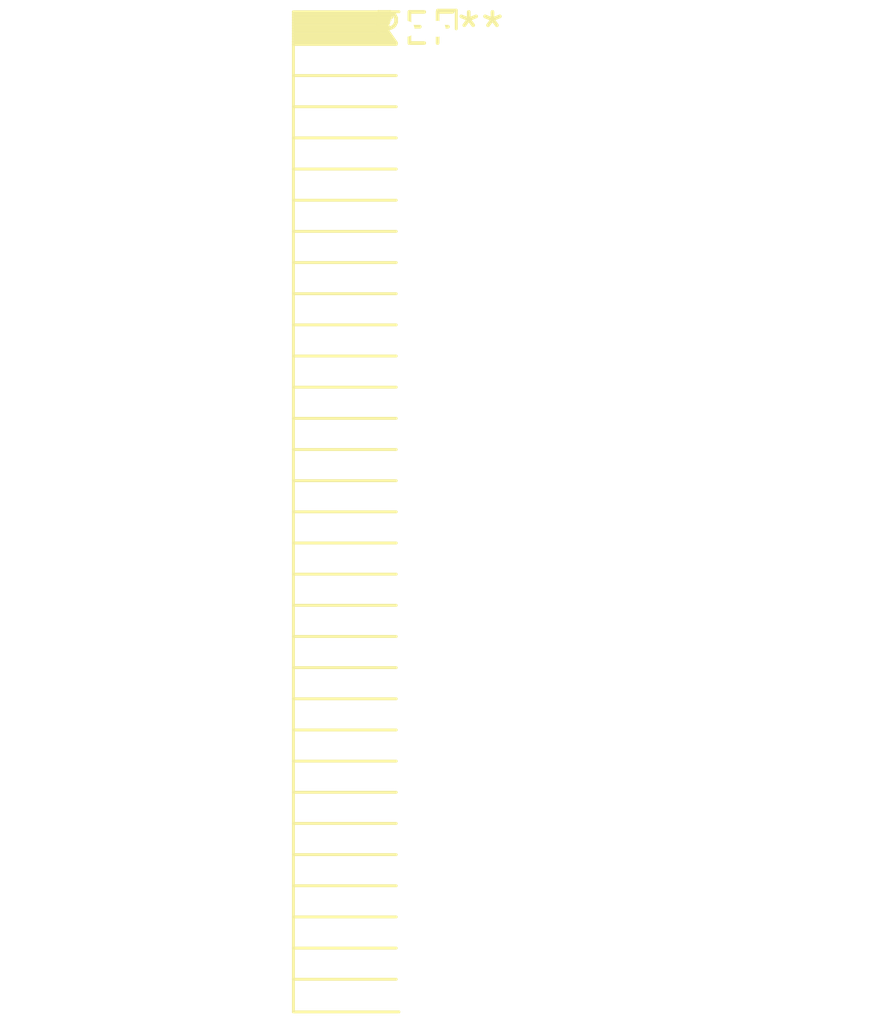
<source format=kicad_pcb>
(kicad_pcb (version 20240108) (generator pcbnew)
  (layers (0 "F.Cu" signal) (31 "B.Cu" signal) (34 "B.Paste" user) (35 "F.Paste" user) (36 "B.SilkS" user "B.Silkscreen") (37 "F.SilkS" user "F.Silkscreen") (38 "B.Mask" user) (39 "F.Mask" user) (44 "Edge.Cuts" user))
  (net 0 "")
  (footprint "PinSocket_2x32_P1.27mm_Horizontal" (layer "F.Cu") (at 0 0)
    (property "Reference" "REF**")
    (property "Value" "PinSocket_2x32_P1.27mm_Horizontal")
    (fp_line (start -5.88 -0.695) (end -5.88 40.065) (layer "F.SilkS") (stroke (width 0.12)))
    (fp_line (start -5.88 -0.695) (end -1.57753 -0.695) (layer "F.SilkS") (stroke (width 0.12)))
    (fp_line (start -5.88 -0.575) (end -1.766966 -0.575) (layer "F.SilkS") (stroke (width 0.12)))
    (fp_line (start -5.88 -0.465) (end -1.871145 -0.465) (layer "F.SilkS") (stroke (width 0.12)))
    (fp_line (start -5.88 -0.355) (end -1.941993 -0.355) (layer "F.SilkS") (stroke (width 0.12)))
    (fp_line (start -5.88 -0.245) (end -1.989427 -0.245) (layer "F.SilkS") (stroke (width 0.12)))
    (fp_line (start -5.88 -0.135) (end -2.017914 -0.135) (layer "F.SilkS") (stroke (width 0.12)))
    (fp_line (start -5.88 -0.025) (end -2.029589 -0.025) (layer "F.SilkS") (stroke (width 0.12)))
    (fp_line (start -5.88 0.085) (end -2.025232 0.085) (layer "F.SilkS") (stroke (width 0.12)))
    (fp_line (start -5.88 0.195) (end -2.004558 0.195) (layer "F.SilkS") (stroke (width 0.12)))
    (fp_line (start -5.88 0.305) (end -1.966114 0.305) (layer "F.SilkS") (stroke (width 0.12)))
    (fp_line (start -5.88 0.415) (end -1.906691 0.415) (layer "F.SilkS") (stroke (width 0.12)))
    (fp_line (start -5.88 0.525) (end -1.819523 0.525) (layer "F.SilkS") (stroke (width 0.12)))
    (fp_line (start -5.88 0.635) (end -1.687582 0.635) (layer "F.SilkS") (stroke (width 0.12)))
    (fp_line (start -5.88 1.905) (end -1.687582 1.905) (layer "F.SilkS") (stroke (width 0.12)))
    (fp_line (start -5.88 3.175) (end -1.687582 3.175) (layer "F.SilkS") (stroke (width 0.12)))
    (fp_line (start -5.88 4.445) (end -1.687582 4.445) (layer "F.SilkS") (stroke (width 0.12)))
    (fp_line (start -5.88 5.715) (end -1.687582 5.715) (layer "F.SilkS") (stroke (width 0.12)))
    (fp_line (start -5.88 6.985) (end -1.687582 6.985) (layer "F.SilkS") (stroke (width 0.12)))
    (fp_line (start -5.88 8.255) (end -1.687582 8.255) (layer "F.SilkS") (stroke (width 0.12)))
    (fp_line (start -5.88 9.525) (end -1.687582 9.525) (layer "F.SilkS") (stroke (width 0.12)))
    (fp_line (start -5.88 10.795) (end -1.687582 10.795) (layer "F.SilkS") (stroke (width 0.12)))
    (fp_line (start -5.88 12.065) (end -1.687582 12.065) (layer "F.SilkS") (stroke (width 0.12)))
    (fp_line (start -5.88 13.335) (end -1.687582 13.335) (layer "F.SilkS") (stroke (width 0.12)))
    (fp_line (start -5.88 14.605) (end -1.687582 14.605) (layer "F.SilkS") (stroke (width 0.12)))
    (fp_line (start -5.88 15.875) (end -1.687582 15.875) (layer "F.SilkS") (stroke (width 0.12)))
    (fp_line (start -5.88 17.145) (end -1.687582 17.145) (layer "F.SilkS") (stroke (width 0.12)))
    (fp_line (start -5.88 18.415) (end -1.687582 18.415) (layer "F.SilkS") (stroke (width 0.12)))
    (fp_line (start -5.88 19.685) (end -1.687582 19.685) (layer "F.SilkS") (stroke (width 0.12)))
    (fp_line (start -5.88 20.955) (end -1.687582 20.955) (layer "F.SilkS") (stroke (width 0.12)))
    (fp_line (start -5.88 22.225) (end -1.687582 22.225) (layer "F.SilkS") (stroke (width 0.12)))
    (fp_line (start -5.88 23.495) (end -1.687582 23.495) (layer "F.SilkS") (stroke (width 0.12)))
    (fp_line (start -5.88 24.765) (end -1.687582 24.765) (layer "F.SilkS") (stroke (width 0.12)))
    (fp_line (start -5.88 26.035) (end -1.687582 26.035) (layer "F.SilkS") (stroke (width 0.12)))
    (fp_line (start -5.88 27.305) (end -1.687582 27.305) (layer "F.SilkS") (stroke (width 0.12)))
    (fp_line (start -5.88 28.575) (end -1.687582 28.575) (layer "F.SilkS") (stroke (width 0.12)))
    (fp_line (start -5.88 29.845) (end -1.687582 29.845) (layer "F.SilkS") (stroke (width 0.12)))
    (fp_line (start -5.88 31.115) (end -1.687582 31.115) (layer "F.SilkS") (stroke (width 0.12)))
    (fp_line (start -5.88 32.385) (end -1.687582 32.385) (layer "F.SilkS") (stroke (width 0.12)))
    (fp_line (start -5.88 33.655) (end -1.687582 33.655) (layer "F.SilkS") (stroke (width 0.12)))
    (fp_line (start -5.88 34.925) (end -1.687582 34.925) (layer "F.SilkS") (stroke (width 0.12)))
    (fp_line (start -5.88 36.195) (end -1.687582 36.195) (layer "F.SilkS") (stroke (width 0.12)))
    (fp_line (start -5.88 37.465) (end -1.687582 37.465) (layer "F.SilkS") (stroke (width 0.12)))
    (fp_line (start -5.88 38.735) (end -1.687582 38.735) (layer "F.SilkS") (stroke (width 0.12)))
    (fp_line (start -5.88 40.065) (end -1.57753 40.065) (layer "F.SilkS") (stroke (width 0.12)))
    (fp_line (start 0 -0.76) (end 0.76 -0.76) (layer "F.SilkS") (stroke (width 0.12)))
    (fp_line (start 0.76 -0.76) (end 0.76 0) (layer "F.SilkS") (stroke (width 0.12)))
    (pad "1" thru_hole rect (at 0 0) (size 1 1) (drill 0.65) (layers *.Cu *.Mask) (remove_unused_layers))
    (pad "2" thru_hole oval (at -1.27 0) (size 1 1) (drill 0.65) (layers *.Cu *.Mask) (remove_unused_layers))
    (pad "3" thru_hole oval (at 0 1.27) (size 1 1) (drill 0.65) (layers *.Cu *.Mask) (remove_unused_layers))
    (pad "4" thru_hole oval (at -1.27 1.27) (size 1 1) (drill 0.65) (layers *.Cu *.Mask) (remove_unused_layers))
    (pad "5" thru_hole oval (at 0 2.54) (size 1 1) (drill 0.65) (layers *.Cu *.Mask) (remove_unused_layers))
    (pad "6" thru_hole oval (at -1.27 2.54) (size 1 1) (drill 0.65) (layers *.Cu *.Mask) (remove_unused_layers))
    (pad "7" thru_hole oval (at 0 3.81) (size 1 1) (drill 0.65) (layers *.Cu *.Mask) (remove_unused_layers))
    (pad "8" thru_hole oval (at -1.27 3.81) (size 1 1) (drill 0.65) (layers *.Cu *.Mask) (remove_unused_layers))
    (pad "9" thru_hole oval (at 0 5.08) (size 1 1) (drill 0.65) (layers *.Cu *.Mask) (remove_unused_layers))
    (pad "10" thru_hole oval (at -1.27 5.08) (size 1 1) (drill 0.65) (layers *.Cu *.Mask) (remove_unused_layers))
    (pad "11" thru_hole oval (at 0 6.35) (size 1 1) (drill 0.65) (layers *.Cu *.Mask) (remove_unused_layers))
    (pad "12" thru_hole oval (at -1.27 6.35) (size 1 1) (drill 0.65) (layers *.Cu *.Mask) (remove_unused_layers))
    (pad "13" thru_hole oval (at 0 7.62) (size 1 1) (drill 0.65) (layers *.Cu *.Mask) (remove_unused_layers))
    (pad "14" thru_hole oval (at -1.27 7.62) (size 1 1) (drill 0.65) (layers *.Cu *.Mask) (remove_unused_layers))
    (pad "15" thru_hole oval (at 0 8.89) (size 1 1) (drill 0.65) (layers *.Cu *.Mask) (remove_unused_layers))
    (pad "16" thru_hole oval (at -1.27 8.89) (size 1 1) (drill 0.65) (layers *.Cu *.Mask) (remove_unused_layers))
    (pad "17" thru_hole oval (at 0 10.16) (size 1 1) (drill 0.65) (layers *.Cu *.Mask) (remove_unused_layers))
    (pad "18" thru_hole oval (at -1.27 10.16) (size 1 1) (drill 0.65) (layers *.Cu *.Mask) (remove_unused_layers))
    (pad "19" thru_hole oval (at 0 11.43) (size 1 1) (drill 0.65) (layers *.Cu *.Mask) (remove_unused_layers))
    (pad "20" thru_hole oval (at -1.27 11.43) (size 1 1) (drill 0.65) (layers *.Cu *.Mask) (remove_unused_layers))
    (pad "21" thru_hole oval (at 0 12.7) (size 1 1) (drill 0.65) (layers *.Cu *.Mask) (remove_unused_layers))
    (pad "22" thru_hole oval (at -1.27 12.7) (size 1 1) (drill 0.65) (layers *.Cu *.Mask) (remove_unused_layers))
    (pad "23" thru_hole oval (at 0 13.97) (size 1 1) (drill 0.65) (layers *.Cu *.Mask) (remove_unused_layers))
    (pad "24" thru_hole oval (at -1.27 13.97) (size 1 1) (drill 0.65) (layers *.Cu *.Mask) (remove_unused_layers))
    (pad "25" thru_hole oval (at 0 15.24) (size 1 1) (drill 0.65) (layers *.Cu *.Mask) (remove_unused_layers))
    (pad "26" thru_hole oval (at -1.27 15.24) (size 1 1) (drill 0.65) (layers *.Cu *.Mask) (remove_unused_layers))
    (pad "27" thru_hole oval (at 0 16.51) (size 1 1) (drill 0.65) (layers *.Cu *.Mask) (remove_unused_layers))
    (pad "28" thru_hole oval (at -1.27 16.51) (size 1 1) (drill 0.65) (layers *.Cu *.Mask) (remove_unused_layers))
    (pad "29" thru_hole oval (at 0 17.78) (size 1 1) (drill 0.65) (layers *.Cu *.Mask) (remove_unused_layers))
    (pad "30" thru_hole oval (at -1.27 17.78) (size 1 1) (drill 0.65) (layers *.Cu *.Mask) (remove_unused_layers))
    (pad "31" thru_hole oval (at 0 19.05) (size 1 1) (drill 0.65) (layers *.Cu *.Mask) (remove_unused_layers))
    (pad "32" thru_hole oval (at -1.27 19.05) (size 1 1) (drill 0.65) (layers *.Cu *.Mask) (remove_unused_layers))
    (pad "33" thru_hole oval (at 0 20.32) (size 1 1) (drill 0.65) (layers *.Cu *.Mask) (remove_unused_layers))
    (pad "34" thru_hole oval (at -1.27 20.32) (size 1 1) (drill 0.65) (layers *.Cu *.Mask) (remove_unused_layers))
    (pad "35" thru_hole oval (at 0 21.59) (size 1 1) (drill 0.65) (layers *.Cu *.Mask) (remove_unused_layers))
    (pad "36" thru_hole oval (at -1.27 21.59) (size 1 1) (drill 0.65) (layers *.Cu *.Mask) (remove_unused_layers))
    (pad "37" thru_hole oval (at 0 22.86) (size 1 1) (drill 0.65) (layers *.Cu *.Mask) (remove_unused_layers))
    (pad "38" thru_hole oval (at -1.27 22.86) (size 1 1) (drill 0.65) (layers *.Cu *.Mask) (remove_unused_layers))
    (pad "39" thru_hole oval (at 0 24.13) (size 1 1) (drill 0.65) (layers *.Cu *.Mask) (remove_unused_layers))
    (pad "40" thru_hole oval (at -1.27 24.13) (size 1 1) (drill 0.65) (layers *.Cu *.Mask) (remove_unused_layers))
    (pad "41" thru_hole oval (at 0 25.4) (size 1 1) (drill 0.65) (layers *.Cu *.Mask) (remove_unused_layers))
    (pad "42" thru_hole oval (at -1.27 25.4) (size 1 1) (drill 0.65) (layers *.Cu *.Mask) (remove_unused_layers))
    (pad "43" thru_hole oval (at 0 26.67) (size 1 1) (drill 0.65) (layers *.Cu *.Mask) (remove_unused_layers))
    (pad "44" thru_hole oval (at -1.27 26.67) (size 1 1) (drill 0.65) (layers *.Cu *.Mask) (remove_unused_layers))
    (pad "45" thru_hole oval (at 0 27.94) (size 1 1) (drill 0.65) (layers *.Cu *.Mask) (remove_unused_layers))
    (pad "46" thru_hole oval (at -1.27 27.94) (size 1 1) (drill 0.65) (layers *.Cu *.Mask) (remove_unused_layers))
    (pad "47" thru_hole oval (at 0 29.21) (size 1 1) (drill 0.65) (layers *.Cu *.Mask) (remove_unused_layers))
    (pad "48" thru_hole oval (at -1.27 29.21) (size 1 1) (drill 0.65) (layers *.Cu *.Mask) (remove_unused_layers))
    (pad "49" thru_hole oval (at 0 30.48) (size 1 1) (drill 0.65) (layers *.Cu *.Mask) (remove_unused_layers))
    (pad "50" thru_hole oval (at -1.27 30.48) (size 1 1) (drill 0.65) (layers *.Cu *.Mask) (remove_unused_layers))
    (pad "51" thru_hole oval (at 0 31.75) (size 1 1) (drill 0.65) (layers *.Cu *.Mask) (remove_unused_layers))
    (pad "52" thru_hole oval (at -1.27 31.75) (size 1 1) (drill 0.65) (layers *.Cu *.Mask) (remove_unused_layers))
    (pad "53" thru_hole oval (at 0 33.02) (size 1 1) (drill 0.65) (layers *.Cu *.Mask) (remove_unused_layers))
    (pad "54" thru_hole oval (at -1.27 33.02) (size 1 1) (drill 0.65) (layers *.Cu *.Mask) (remove_unused_layers))
    (pad "55" thru_hole oval (at 0 34.29) (size 1 1) (drill 0.65) (layers *.Cu *.Mask) (remove_unused_layers))
    (pad "56" thru_hole oval (at -1.27 34.29) (size 1 1) (drill 0.65) (layers *.Cu *.Mask) (remove_unused_layers))
    (pad "57" thru_hole oval (at 0 35.56) (size 1 1) (drill 0.65) (layers *.Cu *.Mask) (remove_unused_layers))
    (pad "58" thru_hole oval (at -1.27 35.56) (size 1 1) (drill 0.65) (layers *.Cu *.Mask) (remove_unused_layers))
    (pad "59" thru_hole oval (at 0 36.83) (size 1 1) (drill 0.65) (layers *.Cu *.Mask) (remove_unused_layers))
    (pad "60" thru_hole oval (at -1.27 36.83) (size 1 1) (drill 0.65) (layers *.Cu *.Mask) (remove_unused_layers))
    (pad "61" thru_hole oval (at 0 38.1) (size 1 1) (drill 0.65) (layers *.Cu *.Mask) (remove_unused_layers))
    (pad "62" thru_hole oval (at -1.27 38.1) (size 1 1) (drill 0.65) (layers *.Cu *.Mask) (remove_unused_layers))
    (pad "63" thru_hole oval (at 0 39.37) (size 1 1) (drill 0.65) (layers *.Cu *.Mask) (remove_unused_layers))
    (pad "64" thru_hole oval (at -1.27 39.37) (size 1 1) (drill 0.65) (layers *.Cu *.Mask) (remove_unused_layers))
  )
)
</source>
